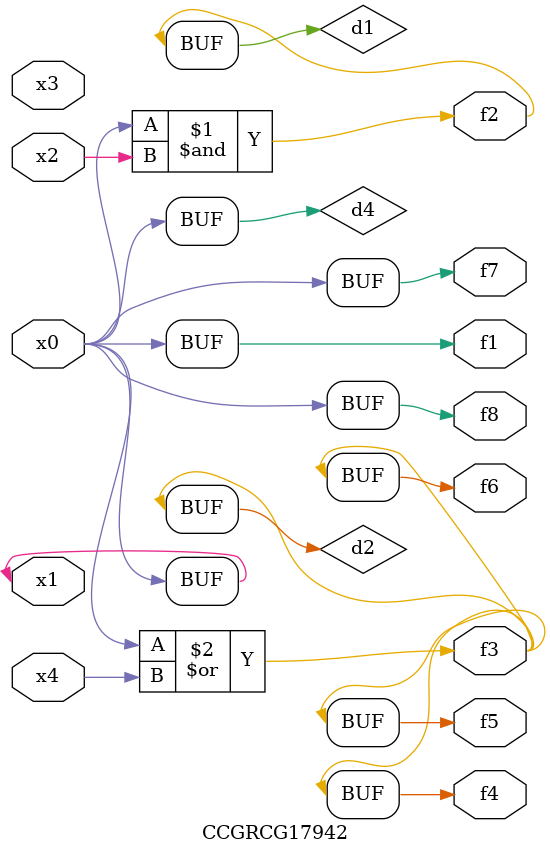
<source format=v>
module CCGRCG17942(
	input x0, x1, x2, x3, x4,
	output f1, f2, f3, f4, f5, f6, f7, f8
);

	wire d1, d2, d3, d4;

	and (d1, x0, x2);
	or (d2, x0, x4);
	nand (d3, x0, x2);
	buf (d4, x0, x1);
	assign f1 = d4;
	assign f2 = d1;
	assign f3 = d2;
	assign f4 = d2;
	assign f5 = d2;
	assign f6 = d2;
	assign f7 = d4;
	assign f8 = d4;
endmodule

</source>
